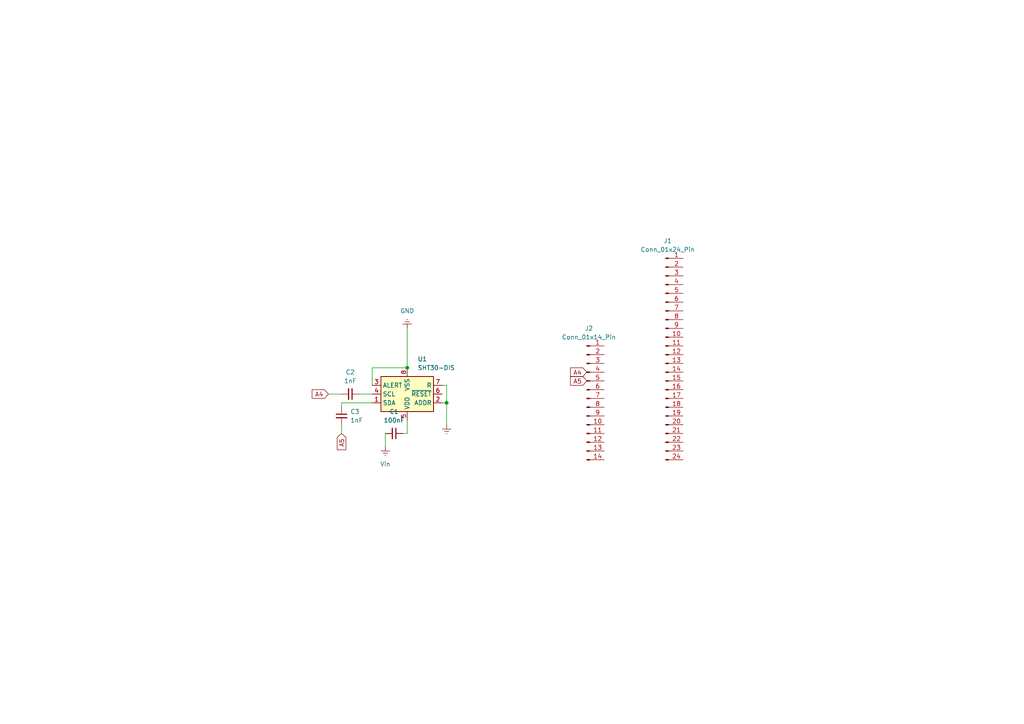
<source format=kicad_sch>
(kicad_sch (version 20231120) (generator "eeschema") (generator_version "8.0")
  (paper "A4")
  (lib_symbols
    (symbol "Connector:Conn_01x14_Pin" (pin_names (offset 1.016) hide)
      (property "Reference" "J" (at 0 17.78 0))
      (property "Value" "Conn_01x14_Pin" (at 0 -20.32 0))
      (symbol "Conn_01x14_Pin_1_1"
        (polyline (pts (xy 1.27 -17.78) (xy 0.8636 -17.78)) (stroke (width 0.1524)))
        (polyline (pts (xy 1.27 -15.24) (xy 0.8636 -15.24)) (stroke (width 0.1524)))
        (polyline (pts (xy 1.27 -12.7) (xy 0.8636 -12.7)) (stroke (width 0.1524)))
        (polyline (pts (xy 1.27 -10.16) (xy 0.8636 -10.16)) (stroke (width 0.1524)))
        (polyline (pts (xy 1.27 -7.62) (xy 0.8636 -7.62)) (stroke (width 0.1524)))
        (polyline (pts (xy 1.27 -5.08) (xy 0.8636 -5.08)) (stroke (width 0.1524)))
        (polyline (pts (xy 1.27 -2.54) (xy 0.8636 -2.54)) (stroke (width 0.1524)))
        (polyline (pts (xy 1.27 0) (xy 0.8636 0)) (stroke (width 0.1524)))
        (polyline (pts (xy 1.27 2.54) (xy 0.8636 2.54)) (stroke (width 0.1524)))
        (polyline (pts (xy 1.27 5.08) (xy 0.8636 5.08)) (stroke (width 0.1524)))
        (polyline (pts (xy 1.27 7.62) (xy 0.8636 7.62)) (stroke (width 0.1524)))
        (polyline (pts (xy 1.27 10.16) (xy 0.8636 10.16)) (stroke (width 0.1524)))
        (polyline (pts (xy 1.27 12.7) (xy 0.8636 12.7)) (stroke (width 0.1524)))
        (polyline (pts (xy 1.27 15.24) (xy 0.8636 15.24)) (stroke (width 0.1524)))
        (rectangle (start 0.8636 -17.653) (end 0 -17.907) (stroke (width 0.1524)) (fill (type outline)))
        (rectangle (start 0.8636 -15.113) (end 0 -15.367) (stroke (width 0.1524)) (fill (type outline)))
        (rectangle (start 0.8636 -12.573) (end 0 -12.827) (stroke (width 0.1524)) (fill (type outline)))
        (rectangle (start 0.8636 -10.033) (end 0 -10.287) (stroke (width 0.1524)) (fill (type outline)))
        (rectangle (start 0.8636 -7.493) (end 0 -7.747) (stroke (width 0.1524)) (fill (type outline)))
        (rectangle (start 0.8636 -4.953) (end 0 -5.207) (stroke (width 0.1524)) (fill (type outline)))
        (rectangle (start 0.8636 -2.413) (end 0 -2.667) (stroke (width 0.1524)) (fill (type outline)))
        (rectangle (start 0.8636 0.127) (end 0 -0.127) (stroke (width 0.1524)) (fill (type outline)))
        (rectangle (start 0.8636 2.667) (end 0 2.413) (stroke (width 0.1524)) (fill (type outline)))
        (rectangle (start 0.8636 5.207) (end 0 4.953) (stroke (width 0.1524)) (fill (type outline)))
        (rectangle (start 0.8636 7.747) (end 0 7.493) (stroke (width 0.1524)) (fill (type outline)))
        (rectangle (start 0.8636 10.287) (end 0 10.033) (stroke (width 0.1524)) (fill (type outline)))
        (rectangle (start 0.8636 12.827) (end 0 12.573) (stroke (width 0.1524)) (fill (type outline)))
        (rectangle (start 0.8636 15.367) (end 0 15.113) (stroke (width 0.1524)) (fill (type outline)))
        (pin passive line (at 5.08 15.24 180) (length 3.81) (name "Pin_1") (number "1"))
        (pin passive line (at 5.08 -7.62 180) (length 3.81) (name "Pin_10") (number "10"))
        (pin passive line (at 5.08 -10.16 180) (length 3.81) (name "Pin_11") (number "11"))
        (pin passive line (at 5.08 -12.7 180) (length 3.81) (name "Pin_12") (number "12"))
        (pin passive line (at 5.08 -15.24 180) (length 3.81) (name "Pin_13") (number "13"))
        (pin passive line (at 5.08 -17.78 180) (length 3.81) (name "Pin_14") (number "14"))
        (pin passive line (at 5.08 12.7 180) (length 3.81) (name "Pin_2") (number "2"))
        (pin passive line (at 5.08 10.16 180) (length 3.81) (name "Pin_3") (number "3"))
        (pin passive line (at 5.08 7.62 180) (length 3.81) (name "Pin_4") (number "4"))
        (pin passive line (at 5.08 5.08 180) (length 3.81) (name "Pin_5") (number "5"))
        (pin passive line (at 5.08 2.54 180) (length 3.81) (name "Pin_6") (number "6"))
        (pin passive line (at 5.08 0 180) (length 3.81) (name "Pin_7") (number "7"))
        (pin passive line (at 5.08 -2.54 180) (length 3.81) (name "Pin_8") (number "8"))
        (pin passive line (at 5.08 -5.08 180) (length 3.81) (name "Pin_9") (number "9"))
      )
    )
    (symbol "Connector:Conn_01x24_Pin" (pin_names (offset 1.016) hide)
      (property "Reference" "J" (at 0 30.48 0))
      (property "Value" "Conn_01x24_Pin" (at 0 -33.02 0))
      (symbol "Conn_01x24_Pin_1_1"
        (polyline (pts (xy 1.27 -30.48) (xy 0.8636 -30.48)) (stroke (width 0.1524)))
        (polyline (pts (xy 1.27 -27.94) (xy 0.8636 -27.94)) (stroke (width 0.1524)))
        (polyline (pts (xy 1.27 -25.4) (xy 0.8636 -25.4)) (stroke (width 0.1524)))
        (polyline (pts (xy 1.27 -22.86) (xy 0.8636 -22.86)) (stroke (width 0.1524)))
        (polyline (pts (xy 1.27 -20.32) (xy 0.8636 -20.32)) (stroke (width 0.1524)))
        (polyline (pts (xy 1.27 -17.78) (xy 0.8636 -17.78)) (stroke (width 0.1524)))
        (polyline (pts (xy 1.27 -15.24) (xy 0.8636 -15.24)) (stroke (width 0.1524)))
        (polyline (pts (xy 1.27 -12.7) (xy 0.8636 -12.7)) (stroke (width 0.1524)))
        (polyline (pts (xy 1.27 -10.16) (xy 0.8636 -10.16)) (stroke (width 0.1524)))
        (polyline (pts (xy 1.27 -7.62) (xy 0.8636 -7.62)) (stroke (width 0.1524)))
        (polyline (pts (xy 1.27 -5.08) (xy 0.8636 -5.08)) (stroke (width 0.1524)))
        (polyline (pts (xy 1.27 -2.54) (xy 0.8636 -2.54)) (stroke (width 0.1524)))
        (polyline (pts (xy 1.27 0) (xy 0.8636 0)) (stroke (width 0.1524)))
        (polyline (pts (xy 1.27 2.54) (xy 0.8636 2.54)) (stroke (width 0.1524)))
        (polyline (pts (xy 1.27 5.08) (xy 0.8636 5.08)) (stroke (width 0.1524)))
        (polyline (pts (xy 1.27 7.62) (xy 0.8636 7.62)) (stroke (width 0.1524)))
        (polyline (pts (xy 1.27 10.16) (xy 0.8636 10.16)) (stroke (width 0.1524)))
        (polyline (pts (xy 1.27 12.7) (xy 0.8636 12.7)) (stroke (width 0.1524)))
        (polyline (pts (xy 1.27 15.24) (xy 0.8636 15.24)) (stroke (width 0.1524)))
        (polyline (pts (xy 1.27 17.78) (xy 0.8636 17.78)) (stroke (width 0.1524)))
        (polyline (pts (xy 1.27 20.32) (xy 0.8636 20.32)) (stroke (width 0.1524)))
        (polyline (pts (xy 1.27 22.86) (xy 0.8636 22.86)) (stroke (width 0.1524)))
        (polyline (pts (xy 1.27 25.4) (xy 0.8636 25.4)) (stroke (width 0.1524)))
        (polyline (pts (xy 1.27 27.94) (xy 0.8636 27.94)) (stroke (width 0.1524)))
        (rectangle (start 0.8636 -30.353) (end 0 -30.607) (stroke (width 0.1524)) (fill (type outline)))
        (rectangle (start 0.8636 -27.813) (end 0 -28.067) (stroke (width 0.1524)) (fill (type outline)))
        (rectangle (start 0.8636 -25.273) (end 0 -25.527) (stroke (width 0.1524)) (fill (type outline)))
        (rectangle (start 0.8636 -22.733) (end 0 -22.987) (stroke (width 0.1524)) (fill (type outline)))
        (rectangle (start 0.8636 -20.193) (end 0 -20.447) (stroke (width 0.1524)) (fill (type outline)))
        (rectangle (start 0.8636 -17.653) (end 0 -17.907) (stroke (width 0.1524)) (fill (type outline)))
        (rectangle (start 0.8636 -15.113) (end 0 -15.367) (stroke (width 0.1524)) (fill (type outline)))
        (rectangle (start 0.8636 -12.573) (end 0 -12.827) (stroke (width 0.1524)) (fill (type outline)))
        (rectangle (start 0.8636 -10.033) (end 0 -10.287) (stroke (width 0.1524)) (fill (type outline)))
        (rectangle (start 0.8636 -7.493) (end 0 -7.747) (stroke (width 0.1524)) (fill (type outline)))
        (rectangle (start 0.8636 -4.953) (end 0 -5.207) (stroke (width 0.1524)) (fill (type outline)))
        (rectangle (start 0.8636 -2.413) (end 0 -2.667) (stroke (width 0.1524)) (fill (type outline)))
        (rectangle (start 0.8636 0.127) (end 0 -0.127) (stroke (width 0.1524)) (fill (type outline)))
        (rectangle (start 0.8636 2.667) (end 0 2.413) (stroke (width 0.1524)) (fill (type outline)))
        (rectangle (start 0.8636 5.207) (end 0 4.953) (stroke (width 0.1524)) (fill (type outline)))
        (rectangle (start 0.8636 7.747) (end 0 7.493) (stroke (width 0.1524)) (fill (type outline)))
        (rectangle (start 0.8636 10.287) (end 0 10.033) (stroke (width 0.1524)) (fill (type outline)))
        (rectangle (start 0.8636 12.827) (end 0 12.573) (stroke (width 0.1524)) (fill (type outline)))
        (rectangle (start 0.8636 15.367) (end 0 15.113) (stroke (width 0.1524)) (fill (type outline)))
        (rectangle (start 0.8636 17.907) (end 0 17.653) (stroke (width 0.1524)) (fill (type outline)))
        (rectangle (start 0.8636 20.447) (end 0 20.193) (stroke (width 0.1524)) (fill (type outline)))
        (rectangle (start 0.8636 22.987) (end 0 22.733) (stroke (width 0.1524)) (fill (type outline)))
        (rectangle (start 0.8636 25.527) (end 0 25.273) (stroke (width 0.1524)) (fill (type outline)))
        (rectangle (start 0.8636 28.067) (end 0 27.813) (stroke (width 0.1524)) (fill (type outline)))
        (pin passive line (at 5.08 27.94 180) (length 3.81) (name "Pin_1") (number "1"))
        (pin passive line (at 5.08 5.08 180) (length 3.81) (name "Pin_10") (number "10"))
        (pin passive line (at 5.08 2.54 180) (length 3.81) (name "Pin_11") (number "11"))
        (pin passive line (at 5.08 0 180) (length 3.81) (name "Pin_12") (number "12"))
        (pin passive line (at 5.08 -2.54 180) (length 3.81) (name "Pin_13") (number "13"))
        (pin passive line (at 5.08 -5.08 180) (length 3.81) (name "Pin_14") (number "14"))
        (pin passive line (at 5.08 -7.62 180) (length 3.81) (name "Pin_15") (number "15"))
        (pin passive line (at 5.08 -10.16 180) (length 3.81) (name "Pin_16") (number "16"))
        (pin passive line (at 5.08 -12.7 180) (length 3.81) (name "Pin_17") (number "17"))
        (pin passive line (at 5.08 -15.24 180) (length 3.81) (name "Pin_18") (number "18"))
        (pin passive line (at 5.08 -17.78 180) (length 3.81) (name "Pin_19") (number "19"))
        (pin passive line (at 5.08 25.4 180) (length 3.81) (name "Pin_2") (number "2"))
        (pin passive line (at 5.08 -20.32 180) (length 3.81) (name "Pin_20") (number "20"))
        (pin passive line (at 5.08 -22.86 180) (length 3.81) (name "Pin_21") (number "21"))
        (pin passive line (at 5.08 -25.4 180) (length 3.81) (name "Pin_22") (number "22"))
        (pin passive line (at 5.08 -27.94 180) (length 3.81) (name "Pin_23") (number "23"))
        (pin passive line (at 5.08 -30.48 180) (length 3.81) (name "Pin_24") (number "24"))
        (pin passive line (at 5.08 22.86 180) (length 3.81) (name "Pin_3") (number "3"))
        (pin passive line (at 5.08 20.32 180) (length 3.81) (name "Pin_4") (number "4"))
        (pin passive line (at 5.08 17.78 180) (length 3.81) (name "Pin_5") (number "5"))
        (pin passive line (at 5.08 15.24 180) (length 3.81) (name "Pin_6") (number "6"))
        (pin passive line (at 5.08 12.7 180) (length 3.81) (name "Pin_7") (number "7"))
        (pin passive line (at 5.08 10.16 180) (length 3.81) (name "Pin_8") (number "8"))
        (pin passive line (at 5.08 7.62 180) (length 3.81) (name "Pin_9") (number "9"))
      )
    )
    (symbol "Device:C_Small" (pin_numbers hide) (pin_names (offset 0.254) hide)
      (property "Reference" "C" (at 0.254 1.778 0))
      (property "Value" "C_Small" (at 0.254 -2.032 0))
      (symbol "C_Small_0_1"
        (polyline (pts (xy -1.524 -0.508) (xy 1.524 -0.508)) (stroke (width 0.3302)))
        (polyline (pts (xy -1.524 0.508) (xy 1.524 0.508)) (stroke (width 0.3048)))
      )
      (symbol "C_Small_1_1"
        (pin passive line (at 0 2.54 270) (length 2.032) (name "~") (number "1"))
        (pin passive line (at 0 -2.54 90) (length 2.032) (name "~") (number "2"))
      )
    )
    (symbol "Sensor_Humidity:SHT30-DIS"
      (property "Reference" "U" (at -6.35 6.35 0))
      (property "Value" "SHT30-DIS" (at 6.35 6.35 0))
      (symbol "SHT30-DIS_0_1"
        (rectangle (start -7.62 5.08) (end 7.62 -5.08) (stroke (width 0.254)) (fill (type background)))
      )
      (symbol "SHT30-DIS_1_1"
        (pin bidirectional line (at 10.16 2.54 180) (length 2.54) (name "SDA") (number "1"))
        (pin input line (at -10.16 2.54 0) (length 2.54) (name "ADDR") (number "2"))
        (pin output line (at 10.16 -2.54 180) (length 2.54) (name "ALERT") (number "3"))
        (pin input line (at 10.16 0 180) (length 2.54) (name "SCL") (number "4"))
        (pin power_in line (at 0 7.62 270) (length 2.54) (name "VDD") (number "5"))
        (pin input line (at -10.16 0 0) (length 2.54) (name "~{RESET}") (number "6"))
        (pin passive line (at -10.16 -2.54 0) (length 2.54) (name "R") (number "7"))
        (pin power_in line (at 0 -7.62 90) (length 2.54) (name "VSS") (number "8"))
        (pin passive line (at 0 -7.62 90) (length 2.54) hide (name "VSS") (number "9"))
      )
    )
    (symbol "power:Earth" (power) (pin_numbers hide) (pin_names (offset 0) hide)
      (property "Value" "Earth" (at 0 -3.81 0))
      (symbol "Earth_0_1"
        (polyline (pts (xy -0.635 -1.905) (xy 0.635 -1.905)))
        (polyline (pts (xy -0.127 -2.54) (xy 0.127 -2.54)))
        (polyline (pts (xy 0 -1.27) (xy 0 0)))
        (polyline (pts (xy 1.27 -1.27) (xy -1.27 -1.27)))
      )
      (symbol "Earth_1_1"
        (pin power_in line (at 0 0 270) (length 0) (name "~") (number "1"))
      )
    )
  )
  (junction (at 129.54 116.84))
  (junction (at 118.11 106.68))
  (wire (pts (xy 111.76 125.73) (xy 111.76 129.54)))
  (wire (pts (xy 95.25 114.3) (xy 99.06 114.3)))
  (wire (pts (xy 129.54 116.84) (xy 129.54 123.19)))
  (wire (pts (xy 118.11 121.92) (xy 118.11 125.73)))
  (wire (pts (xy 104.14 114.3) (xy 107.95 114.3)))
  (wire (pts (xy 107.95 106.68) (xy 118.11 106.68)))
  (wire (pts (xy 99.06 118.11) (xy 99.06 116.84)))
  (wire (pts (xy 99.06 116.84) (xy 107.95 116.84)))
  (wire (pts (xy 128.27 111.76) (xy 129.54 111.76)))
  (wire (pts (xy 118.11 95.25) (xy 118.11 106.68)))
  (wire (pts (xy 99.06 123.19) (xy 99.06 125.73)))
  (wire (pts (xy 107.95 111.76) (xy 107.95 106.68)))
  (wire (pts (xy 129.54 111.76) (xy 129.54 116.84)))
  (wire (pts (xy 128.27 116.84) (xy 129.54 116.84)))
  (wire (pts (xy 116.84 125.73) (xy 118.11 125.73)))
  (global_label "A4" (shape input) (at 95.25 114.3 180) (property "Intersheetrefs" "${INTERSHEET_REFS}" (effects (hide yes))))
  (global_label "A4" (shape input) (at 170.18 107.95 180) (property "Intersheetrefs" "${INTERSHEET_REFS}" (effects (hide yes))))
  (global_label "A5" (shape input) (at 99.06 125.73 270) (property "Intersheetrefs" "${INTERSHEET_REFS}" (effects (hide yes))))
  (global_label "A5" (shape input) (at 170.18 110.49 180) (property "Intersheetrefs" "${INTERSHEET_REFS}" (effects (hide yes))))
  (symbol (lib_id "power:Earth") (at 111.76 129.54 0) (unit 1)
    (property "Reference" "#PWR01" (effects (hide yes)))
    (property "Value" "Vin" (at 111.76 134.62 0))
    (property "Description" "Power symbol creates a global label with name \"Earth\"" (effects (hide yes)))
  )
  (symbol (lib_id "power:Earth") (at 118.11 95.25 180) (unit 1)
    (property "Reference" "#PWR05" (effects (hide yes)))
    (property "Value" "GND" (at 118.11 90.17 0))
    (property "Description" "Power symbol creates a global label with name \"Earth\"" (effects (hide yes)))
  )
  (symbol (lib_id "Device:C_Small") (at 101.6 114.3 270) (unit 1)
    (property "Reference" "C2" (at 101.5936 107.95 90))
    (property "Value" "1nF" (at 101.5936 110.49 90))
    (property "Footprint" "Capacitor_SMD:C_0201_0603Metric_Pad0.64x0.40mm_HandSolder" (effects (hide yes)))
    (property "Description" "Unpolarized capacitor, small symbol" (effects (hide yes)))
  )
  (symbol (lib_id "Connector:Conn_01x14_Pin") (at 170.18 115.57 0) (unit 1)
    (property "Reference" "J2" (at 170.815 95.25 0))
    (property "Value" "Conn_01x14_Pin" (at 170.815 97.79 0))
    (property "Footprint" "Connector_JST:JST_EH_B14B-EH-A_1x14_P2.50mm_Vertical" (effects (hide yes)))
    (property "Description" "Generic connector, single row, 01x14, script generated" (effects (hide yes)))
  )
  (symbol (lib_id "power:Earth") (at 129.54 123.19 0) (unit 1)
    (property "Reference" "#PWR04" (effects (hide yes)))
    (property "Value" "GND" (effects (hide yes)))
    (property "Description" "Power symbol creates a global label with name \"Earth\"" (effects (hide yes)))
  )
  (symbol (lib_id "Device:C_Small") (at 114.3 125.73 270) (unit 1)
    (property "Reference" "C1" (at 114.2936 119.38 90))
    (property "Value" "100nF" (at 114.2936 121.92 90))
    (property "Footprint" "Capacitor_SMD:C_0201_0603Metric_Pad0.64x0.40mm_HandSolder" (effects (hide yes)))
    (property "Description" "Unpolarized capacitor, small symbol" (effects (hide yes)))
  )
  (symbol (lib_id "Connector:Conn_01x24_Pin") (at 193.04 102.87 0) (unit 1)
    (property "Reference" "J1" (at 193.675 69.85 0))
    (property "Value" "Conn_01x24_Pin" (at 193.675 72.39 0))
    (property "Description" "Generic connector, single row, 01x24, script generated" (effects (hide yes)))
  )
  (symbol (lib_id "Sensor_Humidity:SHT30-DIS") (at 118.11 114.3 180) (unit 1)
    (property "Reference" "U1" (at 121.1265 104.14 0) (effects (justify right)))
    (property "Value" "SHT30-DIS" (at 121.1265 106.68 0) (effects (justify right)))
    (property "Footprint" "Sensor_Humidity:Sensirion_DFN-8-1EP_2.5x2.5mm_P0.5mm_EP1.1x1.7mm" (effects (hide yes)))
    (property "Datasheet" "https://www.sensirion.com/fileadmin/user_upload/customers/sensirion/Dokumente/2_Humidity_Sensors/Datasheets/Sensirion_Humidity_Sensors_SHT3x_Datasheet_digital.pdf" (effects (hide yes)))
    (property "Description" "I²C humidity and temperature sensor, ±2%RH, ±0.2°C, DFN-8" (effects (hide yes)))
  )
  (symbol (lib_id "Device:C_Small") (at 99.06 120.65 0) (unit 1)
    (property "Reference" "C3" (at 101.6 119.3862 0) (effects (justify left)))
    (property "Value" "1nF" (at 101.6 121.9262 0) (effects (justify left)))
    (property "Description" "Unpolarized capacitor, small symbol" (effects (hide yes)))
  )
)
</source>
